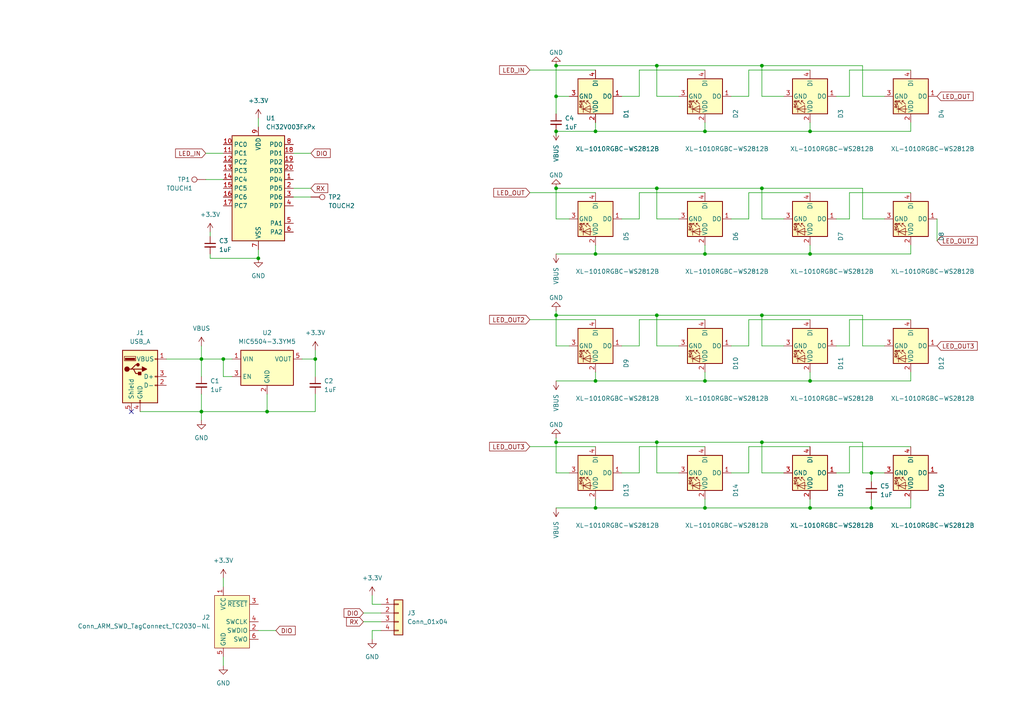
<source format=kicad_sch>
(kicad_sch (version 20231120) (generator "eeschema") (generator_version "8.0")
  (paper "A4")
  (title_block (title "PCB Business Card") (date "2024-01-16") (rev "2") (company "laplacier llc") (comment 1 "Adam Billingsley"))
  (lib_symbols
    (symbol "Connector:Conn_ARM_SWD_TagConnect_TC2030-NL" (in_bom no)
      (property "Reference" "J" (at 2.54 11.43 0))
      (property "Value" "Conn_ARM_SWD_TagConnect_TC2030-NL" (at 2.54 8.89 0))
      (symbol "Conn_ARM_SWD_TagConnect_TC2030-NL_0_0"
        (pin power_in line (at -2.54 10.16 270) (length 2.54) (name "VCC") (number "1"))
        (pin bidirectional line (at 7.62 -2.54 180) (length 2.54) (name "SWDIO") (number "2"))
        (pin open_collector line (at 7.62 5.08 180) (length 2.54) (name "~{RESET}") (number "3"))
        (pin output line (at 7.62 0 180) (length 2.54) (name "SWCLK") (number "4"))
        (pin power_in line (at -2.54 -10.16 90) (length 2.54) (name "GND") (number "5"))
        (pin input line (at 7.62 -5.08 180) (length 2.54) (name "SWO") (number "6"))
      )
      (symbol "Conn_ARM_SWD_TagConnect_TC2030-NL_0_1"
        (rectangle (start -5.08 7.62) (end 5.08 -7.62) (fill (type background)))
      )
    )
    (symbol "Connector:TestPoint" (pin_numbers hide) (pin_names (offset 0.762) hide)
      (property "Reference" "TP" (at 0 6.858 0))
      (property "Value" "TestPoint" (at 0 5.08 0))
      (symbol "TestPoint_0_1"
        (circle (center 0 3.302) (radius 0.762))
      )
      (symbol "TestPoint_1_1"
        (pin passive line (at 0 0 90) (length 2.54) (name "1") (number "1"))
      )
    )
    (symbol "Connector:USB_A" (pin_names (offset 1.016))
      (property "Reference" "J" (at -5.08 11.43 0))
      (property "Value" "USB_A" (at -5.08 8.89 0))
      (symbol "USB_A_0_1"
        (rectangle (start -5.08 -7.62) (end 5.08 7.62) (stroke (width 0.254)) (fill (type background)))
        (circle (center -3.81 2.159) (radius 0.635) (stroke (width 0.254)) (fill (type outline)))
        (rectangle (start -1.524 4.826) (end -4.318 5.334) (fill (type outline)))
        (rectangle (start -1.27 4.572) (end -4.572 5.842))
        (circle (center -0.635 3.429) (radius 0.381) (stroke (width 0.254)) (fill (type outline)))
        (rectangle (start -0.127 -7.62) (end 0.127 -6.858))
        (polyline (pts (xy -3.175 2.159) (xy -2.54 2.159) (xy -1.27 3.429) (xy -0.635 3.429)) (stroke (width 0.254)))
        (polyline (pts (xy -2.54 2.159) (xy -1.905 2.159) (xy -1.27 0.889) (xy 0 0.889)) (stroke (width 0.254)))
        (polyline (pts (xy 0.635 2.794) (xy 0.635 1.524) (xy 1.905 2.159) (xy 0.635 2.794)) (stroke (width 0.254)) (fill (type outline)))
        (rectangle (start 0.254 1.27) (end -0.508 0.508) (stroke (width 0.254)) (fill (type outline)))
        (rectangle (start 5.08 -2.667) (end 4.318 -2.413))
        (rectangle (start 5.08 -0.127) (end 4.318 0.127))
        (rectangle (start 5.08 4.953) (end 4.318 5.207))
      )
      (symbol "USB_A_1_1"
        (polyline (pts (xy -1.905 2.159) (xy 0.635 2.159)) (stroke (width 0.254)))
        (pin power_in line (at 7.62 5.08 180) (length 2.54) (name "VBUS") (number "1"))
        (pin bidirectional line (at 7.62 -2.54 180) (length 2.54) (name "D-") (number "2"))
        (pin bidirectional line (at 7.62 0 180) (length 2.54) (name "D+") (number "3"))
        (pin power_in line (at 0 -10.16 90) (length 2.54) (name "GND") (number "4"))
        (pin passive line (at -2.54 -10.16 90) (length 2.54) (name "Shield") (number "5"))
      )
    )
    (symbol "Connector_Generic:Conn_01x04" (pin_names (offset 1.016) hide)
      (property "Reference" "J" (at 0 5.08 0))
      (property "Value" "Conn_01x04" (at 0 -7.62 0))
      (symbol "Conn_01x04_1_1"
        (rectangle (start -1.27 -4.953) (end 0 -5.207) (stroke (width 0.1524)))
        (rectangle (start -1.27 -2.413) (end 0 -2.667) (stroke (width 0.1524)))
        (rectangle (start -1.27 0.127) (end 0 -0.127) (stroke (width 0.1524)))
        (rectangle (start -1.27 2.667) (end 0 2.413) (stroke (width 0.1524)))
        (rectangle (start -1.27 3.81) (end 1.27 -6.35) (stroke (width 0.254)) (fill (type background)))
        (pin passive line (at -5.08 2.54 0) (length 3.81) (name "Pin_1") (number "1"))
        (pin passive line (at -5.08 0 0) (length 3.81) (name "Pin_2") (number "2"))
        (pin passive line (at -5.08 -2.54 0) (length 3.81) (name "Pin_3") (number "3"))
        (pin passive line (at -5.08 -5.08 0) (length 3.81) (name "Pin_4") (number "4"))
      )
    )
    (symbol "Device:C_Small" (pin_numbers hide) (pin_names (offset 0.254) hide)
      (property "Reference" "C" (at 0.254 1.778 0))
      (property "Value" "C_Small" (at 0.254 -2.032 0))
      (symbol "C_Small_0_1"
        (polyline (pts (xy -1.524 -0.508) (xy 1.524 -0.508)) (stroke (width 0.3302)))
        (polyline (pts (xy -1.524 0.508) (xy 1.524 0.508)) (stroke (width 0.3048)))
      )
      (symbol "C_Small_1_1"
        (pin passive line (at 0 2.54 270) (length 2.032) (name "~") (number "1"))
        (pin passive line (at 0 -2.54 90) (length 2.032) (name "~") (number "2"))
      )
    )
    (symbol "LED:WS2812B" (pin_names (offset 0.254))
      (property "Reference" "D1" (at 5.08 8.89 0))
      (property "Value" "XL-1010RGBC-WS2812B" (at 15.24 6.35 0))
      (symbol "WS2812B_0_0"
        (text "RGB" (at 2.286 -4.191 0) (effects (font (size 0.762 0.762))))
      )
      (symbol "WS2812B_0_1"
        (polyline (pts (xy 1.27 -3.556) (xy 1.778 -3.556)))
        (polyline (pts (xy 1.27 -2.54) (xy 1.778 -2.54)))
        (polyline (pts (xy 4.699 -3.556) (xy 2.667 -3.556)))
        (polyline (pts (xy 2.286 -2.54) (xy 1.27 -3.556) (xy 1.27 -3.048)))
        (polyline (pts (xy 2.286 -1.524) (xy 1.27 -2.54) (xy 1.27 -2.032)))
        (polyline (pts (xy 3.683 -1.016) (xy 3.683 -3.556) (xy 3.683 -4.064)))
        (polyline (pts (xy 4.699 -1.524) (xy 2.667 -1.524) (xy 3.683 -3.556) (xy 4.699 -1.524)))
        (rectangle (start 5.08 5.08) (end -5.08 -5.08) (stroke (width 0.254)) (fill (type background)))
      )
      (symbol "WS2812B_1_1"
        (pin output line (at 0 7.62 270) (length 2.54) (name "DO") (number "1"))
        (pin power_in line (at 7.62 0 180) (length 2.54) (name "VDD") (number "2"))
        (pin power_in line (at 0 -7.62 90) (length 2.54) (name "GND") (number "3"))
        (pin input line (at -7.62 0 0) (length 2.54) (name "DI") (number "4"))
      )
    )
    (symbol "MCU_WCH_CH32V0:CH32V003FxPx"
      (property "Reference" "U" (at -7.62 17.78 0))
      (property "Value" "CH32V003FxPx" (at 7.62 17.78 0))
      (symbol "CH32V003FxPx_1_1"
        (rectangle (start -7.62 15.24) (end 7.62 -15.24) (stroke (width 0.254)) (fill (type background)))
        (pin bidirectional line (at 10.16 2.54 180) (length 2.54) (name "PD4") (number "1"))
        (pin bidirectional line (at -10.16 12.7 0) (length 2.54) (name "PC0") (number "10"))
        (pin bidirectional line (at -10.16 10.16 0) (length 2.54) (name "PC1") (number "11"))
        (pin bidirectional line (at -10.16 7.62 0) (length 2.54) (name "PC2") (number "12"))
        (pin bidirectional line (at -10.16 5.08 0) (length 2.54) (name "PC3") (number "13"))
        (pin bidirectional line (at -10.16 2.54 0) (length 2.54) (name "PC4") (number "14"))
        (pin bidirectional line (at -10.16 0 0) (length 2.54) (name "PC5") (number "15"))
        (pin bidirectional line (at -10.16 -2.54 0) (length 2.54) (name "PC6") (number "16"))
        (pin bidirectional line (at -10.16 -5.08 0) (length 2.54) (name "PC7") (number "17"))
        (pin bidirectional line (at 10.16 10.16 180) (length 2.54) (name "PD1") (number "18"))
        (pin bidirectional line (at 10.16 7.62 180) (length 2.54) (name "PD2") (number "19"))
        (pin bidirectional line (at 10.16 0 180) (length 2.54) (name "PD5") (number "2"))
        (pin bidirectional line (at 10.16 5.08 180) (length 2.54) (name "PD3") (number "20"))
        (pin bidirectional line (at 10.16 -2.54 180) (length 2.54) (name "PD6") (number "3"))
        (pin bidirectional line (at 10.16 -5.08 180) (length 2.54) (name "PD7") (number "4"))
        (pin bidirectional line (at 10.16 -10.16 180) (length 2.54) (name "PA1") (number "5"))
        (pin bidirectional line (at 10.16 -12.7 180) (length 2.54) (name "PA2") (number "6"))
        (pin power_in line (at 0 -17.78 90) (length 2.54) (name "VSS") (number "7"))
        (pin bidirectional line (at 10.16 12.7 180) (length 2.54) (name "PD0") (number "8"))
        (pin power_in line (at 0 17.78 270) (length 2.54) (name "VDD") (number "9"))
      )
    )
    (symbol "Regulator_Linear:MIC5504-3.3YM5"
      (property "Reference" "U" (at -7.62 8.89 0))
      (property "Value" "MIC5504-3.3YM5" (at -7.62 6.35 0))
      (symbol "MIC5504-3.3YM5_0_1"
        (rectangle (start -7.62 -5.08) (end 7.62 5.08) (stroke (width 0.254)) (fill (type background)))
      )
      (symbol "MIC5504-3.3YM5_1_1"
        (pin power_in line (at -10.16 2.54 0) (length 2.54) (name "VIN") (number "1"))
        (pin power_in line (at 0 -7.62 90) (length 2.54) (name "GND") (number "2"))
        (pin input line (at -10.16 -2.54 0) (length 2.54) (name "EN") (number "3"))
        (pin no_connect line (at 7.62 -2.54 180) (length 2.54) hide (name "NC") (number "4"))
        (pin power_out line (at 10.16 2.54 180) (length 2.54) (name "VOUT") (number "5"))
      )
    )
    (symbol "power:+3.3V" (power) (pin_names (offset 0))
      (property "Value" "+3.3V" (at 0 3.556 0))
      (symbol "+3.3V_0_1"
        (polyline (pts (xy -0.762 1.27) (xy 0 2.54)))
        (polyline (pts (xy 0 0) (xy 0 2.54)))
        (polyline (pts (xy 0 2.54) (xy 0.762 1.27)))
      )
      (symbol "+3.3V_1_1"
        (pin power_in line (at 0 0 90) (length 0) hide (name "+3.3V") (number "1"))
      )
    )
    (symbol "power:GND" (power) (pin_names (offset 0))
      (property "Value" "GND" (at 0 -3.81 0))
      (symbol "GND_0_1"
        (polyline (pts (xy 0 0) (xy 0 -1.27) (xy 1.27 -1.27) (xy 0 -2.54) (xy -1.27 -1.27) (xy 0 -1.27)))
      )
      (symbol "GND_1_1"
        (pin power_in line (at 0 0 270) (length 0) hide (name "GND") (number "1"))
      )
    )
    (symbol "power:VBUS" (power) (pin_names (offset 0))
      (property "Value" "VBUS" (at 0 3.81 0))
      (symbol "VBUS_0_1"
        (polyline (pts (xy -0.762 1.27) (xy 0 2.54)))
        (polyline (pts (xy 0 0) (xy 0 2.54)))
        (polyline (pts (xy 0 2.54) (xy 0.762 1.27)))
      )
      (symbol "VBUS_1_1"
        (pin power_in line (at 0 0 90) (length 0) hide (name "VBUS") (number "1"))
      )
    )
  )
  (junction (at 252.73 137.16))
  (junction (at 161.29 91.44))
  (junction (at 161.29 128.27))
  (junction (at 161.29 38.1))
  (junction (at 220.98 128.27))
  (junction (at 252.73 147.32))
  (junction (at 234.95 110.49))
  (junction (at 190.5 91.44))
  (junction (at 190.5 54.61))
  (junction (at 234.95 38.1))
  (junction (at 190.5 19.05))
  (junction (at 234.95 147.32))
  (junction (at 204.47 38.1))
  (junction (at 172.72 110.49))
  (junction (at 161.29 19.05))
  (junction (at 64.77 104.14))
  (junction (at 74.93 74.93))
  (junction (at 204.47 147.32))
  (junction (at 172.72 38.1))
  (junction (at 204.47 73.66))
  (junction (at 58.42 104.14))
  (junction (at 234.95 73.66))
  (junction (at 161.29 27.94))
  (junction (at 161.29 54.61))
  (junction (at 190.5 128.27))
  (junction (at 58.42 119.38))
  (junction (at 220.98 91.44))
  (junction (at 220.98 54.61))
  (junction (at 220.98 19.05))
  (junction (at 172.72 73.66))
  (junction (at 91.44 104.14))
  (junction (at 204.47 110.49))
  (junction (at 172.72 147.32))
  (junction (at 77.47 119.38))
  (no_connect (at 38.1 119.38))
  (wire (pts (xy 180.34 100.33) (xy 185.42 100.33)))
  (wire (pts (xy 246.38 137.16) (xy 246.38 129.54)))
  (wire (pts (xy 246.38 100.33) (xy 246.38 92.71)))
  (wire (pts (xy 212.09 137.16) (xy 217.17 137.16)))
  (wire (pts (xy 91.44 104.14) (xy 91.44 109.22)))
  (wire (pts (xy 180.34 63.5) (xy 185.42 63.5)))
  (wire (pts (xy 252.73 137.16) (xy 252.73 139.7)))
  (wire (pts (xy 161.29 27.94) (xy 161.29 33.02)))
  (wire (pts (xy 220.98 128.27) (xy 220.98 137.16)))
  (wire (pts (xy 161.29 38.1) (xy 161.29 39.37)))
  (wire (pts (xy 60.96 74.93) (xy 74.93 74.93)))
  (wire (pts (xy 220.98 91.44) (xy 220.98 100.33)))
  (wire (pts (xy 172.72 110.49) (xy 161.29 110.49)))
  (wire (pts (xy 153.67 20.32) (xy 172.72 20.32)))
  (wire (pts (xy 190.5 128.27) (xy 190.5 137.16)))
  (wire (pts (xy 212.09 100.33) (xy 217.17 100.33)))
  (wire (pts (xy 246.38 20.32) (xy 264.16 20.32)))
  (wire (pts (xy 64.77 167.64) (xy 64.77 170.18)))
  (wire (pts (xy 242.57 27.94) (xy 246.38 27.94)))
  (wire (pts (xy 217.17 27.94) (xy 217.17 20.32)))
  (wire (pts (xy 67.31 109.22) (xy 64.77 109.22)))
  (wire (pts (xy 105.41 180.34) (xy 110.49 180.34)))
  (wire (pts (xy 234.95 71.12) (xy 234.95 73.66)))
  (wire (pts (xy 250.19 128.27) (xy 220.98 128.27)))
  (wire (pts (xy 220.98 54.61) (xy 220.98 63.5)))
  (wire (pts (xy 250.19 137.16) (xy 252.73 137.16)))
  (wire (pts (xy 107.95 182.88) (xy 107.95 185.42)))
  (wire (pts (xy 58.42 104.14) (xy 64.77 104.14)))
  (wire (pts (xy 110.49 182.88) (xy 107.95 182.88)))
  (wire (pts (xy 250.19 137.16) (xy 250.19 128.27)))
  (wire (pts (xy 264.16 73.66) (xy 234.95 73.66)))
  (wire (pts (xy 87.63 104.14) (xy 91.44 104.14)))
  (wire (pts (xy 204.47 147.32) (xy 172.72 147.32)))
  (wire (pts (xy 250.19 91.44) (xy 220.98 91.44)))
  (wire (pts (xy 185.42 100.33) (xy 185.42 92.71)))
  (wire (pts (xy 185.42 92.71) (xy 204.47 92.71)))
  (wire (pts (xy 204.47 144.78) (xy 204.47 147.32)))
  (wire (pts (xy 74.93 182.88) (xy 80.01 182.88)))
  (wire (pts (xy 217.17 129.54) (xy 234.95 129.54)))
  (wire (pts (xy 234.95 35.56) (xy 234.95 38.1)))
  (wire (pts (xy 59.69 52.07) (xy 64.77 52.07)))
  (wire (pts (xy 40.64 119.38) (xy 58.42 119.38)))
  (wire (pts (xy 165.1 100.33) (xy 161.29 100.33)))
  (wire (pts (xy 190.5 27.94) (xy 190.5 19.05)))
  (wire (pts (xy 172.72 147.32) (xy 161.29 147.32)))
  (wire (pts (xy 190.5 100.33) (xy 196.85 100.33)))
  (wire (pts (xy 242.57 137.16) (xy 246.38 137.16)))
  (wire (pts (xy 190.5 63.5) (xy 196.85 63.5)))
  (wire (pts (xy 180.34 27.94) (xy 185.42 27.94)))
  (wire (pts (xy 246.38 63.5) (xy 246.38 55.88)))
  (wire (pts (xy 91.44 114.3) (xy 91.44 119.38)))
  (wire (pts (xy 172.72 129.54) (xy 153.67 129.54)))
  (wire (pts (xy 58.42 104.14) (xy 58.42 109.22)))
  (wire (pts (xy 190.5 137.16) (xy 196.85 137.16)))
  (wire (pts (xy 220.98 137.16) (xy 227.33 137.16)))
  (wire (pts (xy 74.93 72.39) (xy 74.93 74.93)))
  (wire (pts (xy 172.72 71.12) (xy 172.72 73.66)))
  (wire (pts (xy 220.98 19.05) (xy 220.98 27.94)))
  (wire (pts (xy 234.95 107.95) (xy 234.95 110.49)))
  (wire (pts (xy 185.42 137.16) (xy 185.42 129.54)))
  (wire (pts (xy 165.1 137.16) (xy 161.29 137.16)))
  (wire (pts (xy 250.19 54.61) (xy 220.98 54.61)))
  (wire (pts (xy 64.77 104.14) (xy 67.31 104.14)))
  (wire (pts (xy 190.5 19.05) (xy 161.29 19.05)))
  (wire (pts (xy 165.1 27.94) (xy 161.29 27.94)))
  (wire (pts (xy 204.47 38.1) (xy 234.95 38.1)))
  (wire (pts (xy 185.42 129.54) (xy 204.47 129.54)))
  (wire (pts (xy 250.19 100.33) (xy 256.54 100.33)))
  (wire (pts (xy 220.98 63.5) (xy 227.33 63.5)))
  (wire (pts (xy 105.41 177.8) (xy 110.49 177.8)))
  (wire (pts (xy 204.47 73.66) (xy 234.95 73.66)))
  (wire (pts (xy 185.42 27.94) (xy 185.42 20.32)))
  (wire (pts (xy 172.72 73.66) (xy 161.29 73.66)))
  (wire (pts (xy 212.09 27.94) (xy 217.17 27.94)))
  (wire (pts (xy 250.19 27.94) (xy 256.54 27.94)))
  (wire (pts (xy 185.42 20.32) (xy 204.47 20.32)))
  (wire (pts (xy 161.29 91.44) (xy 161.29 100.33)))
  (wire (pts (xy 217.17 137.16) (xy 217.17 129.54)))
  (wire (pts (xy 246.38 92.71) (xy 264.16 92.71)))
  (wire (pts (xy 64.77 190.5) (xy 64.77 193.04)))
  (wire (pts (xy 180.34 137.16) (xy 185.42 137.16)))
  (wire (pts (xy 204.47 110.49) (xy 234.95 110.49)))
  (wire (pts (xy 185.42 63.5) (xy 185.42 55.88)))
  (wire (pts (xy 161.29 128.27) (xy 161.29 137.16)))
  (wire (pts (xy 161.29 128.27) (xy 161.29 127)))
  (wire (pts (xy 172.72 55.88) (xy 153.67 55.88)))
  (wire (pts (xy 60.96 67.31) (xy 60.96 68.58)))
  (wire (pts (xy 58.42 119.38) (xy 77.47 119.38)))
  (wire (pts (xy 250.19 63.5) (xy 256.54 63.5)))
  (wire (pts (xy 246.38 55.88) (xy 264.16 55.88)))
  (wire (pts (xy 250.19 19.05) (xy 220.98 19.05)))
  (wire (pts (xy 246.38 27.94) (xy 246.38 20.32)))
  (wire (pts (xy 172.72 92.71) (xy 153.67 92.71)))
  (wire (pts (xy 190.5 63.5) (xy 190.5 54.61)))
  (wire (pts (xy 204.47 38.1) (xy 172.72 38.1)))
  (wire (pts (xy 204.47 35.56) (xy 204.47 38.1)))
  (wire (pts (xy 172.72 35.56) (xy 172.72 38.1)))
  (wire (pts (xy 246.38 129.54) (xy 264.16 129.54)))
  (wire (pts (xy 161.29 54.61) (xy 161.29 63.5)))
  (wire (pts (xy 190.5 128.27) (xy 220.98 128.27)))
  (wire (pts (xy 204.47 110.49) (xy 172.72 110.49)))
  (wire (pts (xy 85.09 44.45) (xy 90.17 44.45)))
  (wire (pts (xy 252.73 147.32) (xy 234.95 147.32)))
  (wire (pts (xy 271.78 63.5) (xy 271.78 69.85)))
  (wire (pts (xy 264.16 144.78) (xy 264.16 147.32)))
  (wire (pts (xy 217.17 100.33) (xy 217.17 92.71)))
  (wire (pts (xy 204.47 71.12) (xy 204.47 73.66)))
  (wire (pts (xy 110.49 175.26) (xy 107.95 175.26)))
  (wire (pts (xy 204.47 107.95) (xy 204.47 110.49)))
  (wire (pts (xy 212.09 63.5) (xy 217.17 63.5)))
  (wire (pts (xy 58.42 100.33) (xy 58.42 104.14)))
  (wire (pts (xy 172.72 144.78) (xy 172.72 147.32)))
  (wire (pts (xy 242.57 100.33) (xy 246.38 100.33)))
  (wire (pts (xy 204.47 73.66) (xy 172.72 73.66)))
  (wire (pts (xy 91.44 119.38) (xy 77.47 119.38)))
  (wire (pts (xy 264.16 110.49) (xy 234.95 110.49)))
  (wire (pts (xy 85.09 54.61) (xy 90.17 54.61)))
  (wire (pts (xy 165.1 63.5) (xy 161.29 63.5)))
  (wire (pts (xy 252.73 137.16) (xy 256.54 137.16)))
  (wire (pts (xy 217.17 63.5) (xy 217.17 55.88)))
  (wire (pts (xy 85.09 57.15) (xy 90.17 57.15)))
  (wire (pts (xy 64.77 109.22) (xy 64.77 104.14)))
  (wire (pts (xy 172.72 107.95) (xy 172.72 110.49)))
  (wire (pts (xy 161.29 19.05) (xy 161.29 27.94)))
  (wire (pts (xy 107.95 175.26) (xy 107.95 172.72)))
  (wire (pts (xy 190.5 91.44) (xy 190.5 100.33)))
  (wire (pts (xy 250.19 63.5) (xy 250.19 54.61)))
  (wire (pts (xy 190.5 54.61) (xy 220.98 54.61)))
  (wire (pts (xy 264.16 147.32) (xy 252.73 147.32)))
  (wire (pts (xy 217.17 20.32) (xy 234.95 20.32)))
  (wire (pts (xy 190.5 91.44) (xy 161.29 91.44)))
  (wire (pts (xy 190.5 19.05) (xy 220.98 19.05)))
  (wire (pts (xy 220.98 100.33) (xy 227.33 100.33)))
  (wire (pts (xy 252.73 144.78) (xy 252.73 147.32)))
  (wire (pts (xy 58.42 119.38) (xy 58.42 121.92)))
  (wire (pts (xy 250.19 100.33) (xy 250.19 91.44)))
  (wire (pts (xy 60.96 73.66) (xy 60.96 74.93)))
  (wire (pts (xy 91.44 101.6) (xy 91.44 104.14)))
  (wire (pts (xy 234.95 144.78) (xy 234.95 147.32)))
  (wire (pts (xy 220.98 27.94) (xy 227.33 27.94)))
  (wire (pts (xy 77.47 114.3) (xy 77.47 119.38)))
  (wire (pts (xy 172.72 38.1) (xy 161.29 38.1)))
  (wire (pts (xy 217.17 55.88) (xy 234.95 55.88)))
  (wire (pts (xy 217.17 92.71) (xy 234.95 92.71)))
  (wire (pts (xy 59.69 44.45) (xy 64.77 44.45)))
  (wire (pts (xy 185.42 55.88) (xy 204.47 55.88)))
  (wire (pts (xy 264.16 35.56) (xy 264.16 38.1)))
  (wire (pts (xy 264.16 38.1) (xy 234.95 38.1)))
  (wire (pts (xy 264.16 71.12) (xy 264.16 73.66)))
  (wire (pts (xy 264.16 107.95) (xy 264.16 110.49)))
  (wire (pts (xy 190.5 128.27) (xy 161.29 128.27)))
  (wire (pts (xy 190.5 54.61) (xy 161.29 54.61)))
  (wire (pts (xy 242.57 63.5) (xy 246.38 63.5)))
  (wire (pts (xy 190.5 27.94) (xy 196.85 27.94)))
  (wire (pts (xy 58.42 119.38) (xy 58.42 114.3)))
  (wire (pts (xy 48.26 104.14) (xy 58.42 104.14)))
  (wire (pts (xy 204.47 147.32) (xy 234.95 147.32)))
  (wire (pts (xy 161.29 91.44) (xy 161.29 90.17)))
  (wire (pts (xy 250.19 27.94) (xy 250.19 19.05)))
  (wire (pts (xy 190.5 91.44) (xy 220.98 91.44)))
  (wire (pts (xy 74.93 34.29) (xy 74.93 36.83)))
  (global_label "LED_OUT" (shape input) (at 271.78 27.94 0) (property "Intersheetrefs" "${INTERSHEET_REFS}" (effects (hide yes))))
  (global_label "RX" (shape input) (at 90.17 54.61 0) (property "Intersheetrefs" "${INTERSHEET_REFS}" (effects (hide yes))))
  (global_label "LED_IN" (shape input) (at 153.67 20.32 180) (property "Intersheetrefs" "${INTERSHEET_REFS}" (effects (hide yes))))
  (global_label "LED_OUT" (shape input) (at 153.67 55.88 180) (property "Intersheetrefs" "${INTERSHEET_REFS}" (effects (hide yes))))
  (global_label "DIO" (shape input) (at 105.41 177.8 180) (property "Intersheetrefs" "${INTERSHEET_REFS}" (effects (hide yes))))
  (global_label "LED_OUT2" (shape input) (at 153.67 92.71 180) (property "Intersheetrefs" "${INTERSHEET_REFS}" (effects (hide yes))))
  (global_label "LED_OUT3" (shape input) (at 271.78 100.33 0) (property "Intersheetrefs" "${INTERSHEET_REFS}" (effects (hide yes))))
  (global_label "RX" (shape input) (at 105.41 180.34 180) (property "Intersheetrefs" "${INTERSHEET_REFS}" (effects (hide yes))))
  (global_label "LED_OUT3" (shape input) (at 153.67 129.54 180) (property "Intersheetrefs" "${INTERSHEET_REFS}" (effects (hide yes))))
  (global_label "LED_IN" (shape input) (at 59.69 44.45 180) (property "Intersheetrefs" "${INTERSHEET_REFS}" (effects (hide yes))))
  (global_label "DIO" (shape input) (at 80.01 182.88 0) (property "Intersheetrefs" "${INTERSHEET_REFS}" (effects (hide yes))))
  (global_label "LED_OUT2" (shape input) (at 271.78 69.85 0) (property "Intersheetrefs" "${INTERSHEET_REFS}" (effects (hide yes))))
  (global_label "DIO" (shape input) (at 90.17 44.45 0) (property "Intersheetrefs" "${INTERSHEET_REFS}" (effects (hide yes))))
  (symbol (lib_id "LED:WS2812B") (at 234.95 100.33 270) (unit 1)
    (property "Reference" "D11" (at 243.84 105.41 0))
    (property "Value" "XL-1010RGBC-WS2812B" (at 241.3 115.57 90))
    (property "Footprint" "Laplacier_Footprints:XL-1010RGBC-WS2812B" (effects (hide yes)))
    (property "Datasheet" "https://jlcpcb.com/partdetail/Xinglight-XL_1010RGBCWS2812B/C5349953" (effects (hide yes)))
  )
  (symbol (lib_id "power:VBUS") (at 58.42 100.33 0) (unit 1)
    (property "Reference" "#PWR02" (effects (hide yes)))
    (property "Value" "VBUS" (at 58.42 95.25 0))
  )
  (symbol (lib_id "Device:C_Small") (at 91.44 111.76 0) (unit 1)
    (property "Reference" "C2" (at 93.98 110.4963 0) (effects (justify left)))
    (property "Value" "1uF" (at 93.98 113.0363 0) (effects (justify left)))
    (property "Footprint" "Capacitor_SMD:C_0603_1608Metric_Pad1.08x0.95mm_HandSolder" (effects (hide yes)))
  )
  (symbol (lib_id "power:+3.3V") (at 107.95 172.72 0) (unit 1)
    (property "Reference" "#PWR011" (effects (hide yes)))
    (property "Value" "+3.3V" (at 107.95 167.64 0))
  )
  (symbol (lib_id "LED:WS2812B") (at 264.16 100.33 270) (unit 1)
    (property "Reference" "D12" (at 273.05 105.41 0))
    (property "Value" "XL-1010RGBC-WS2812B" (at 270.51 115.57 90))
    (property "Footprint" "Laplacier_Footprints:XL-1010RGBC-WS2812B" (effects (hide yes)))
    (property "Datasheet" "https://jlcpcb.com/partdetail/Xinglight-XL_1010RGBCWS2812B/C5349953" (effects (hide yes)))
  )
  (symbol (lib_id "power:+3.3V") (at 74.93 34.29 0) (unit 1)
    (property "Reference" "#PWR05" (effects (hide yes)))
    (property "Value" "+3.3V" (at 74.93 29.21 0))
  )
  (symbol (lib_id "Device:C_Small") (at 60.96 71.12 0) (unit 1)
    (property "Reference" "C3" (at 63.5 69.8563 0) (effects (justify left)))
    (property "Value" "1uF" (at 63.5 72.3963 0) (effects (justify left)))
    (property "Footprint" "Capacitor_SMD:C_0603_1608Metric_Pad1.08x0.95mm_HandSolder" (effects (hide yes)))
  )
  (symbol (lib_id "power:+3.3V") (at 64.77 167.64 0) (unit 1)
    (property "Reference" "#PWR09" (effects (hide yes)))
    (property "Value" "+3.3V" (at 64.77 162.56 0))
  )
  (symbol (lib_id "power:GND") (at 161.29 90.17 180) (unit 1)
    (property "Reference" "#PWR014" (effects (hide yes)))
    (property "Value" "GND" (at 161.29 86.36 0))
  )
  (symbol (lib_id "power:VBUS") (at 161.29 73.66 180) (unit 1)
    (property "Reference" "#PWR013" (effects (hide yes)))
    (property "Value" "VBUS" (at 161.29 77.47 90) (effects (justify left)))
  )
  (symbol (lib_id "Device:C_Small") (at 161.29 35.56 0) (unit 1)
    (property "Reference" "C4" (at 163.83 34.2963 0) (effects (justify left)))
    (property "Value" "1uF" (at 163.83 36.8363 0) (effects (justify left)))
    (property "Footprint" "Capacitor_SMD:C_0603_1608Metric_Pad1.08x0.95mm_HandSolder" (effects (hide yes)))
  )
  (symbol (lib_id "power:+3.3V") (at 60.96 67.31 0) (unit 1)
    (property "Reference" "#PWR018" (effects (hide yes)))
    (property "Value" "+3.3V" (at 60.96 62.23 0))
  )
  (symbol (lib_id "LED:WS2812B") (at 234.95 27.94 270) (unit 1)
    (property "Reference" "D3" (at 243.84 33.02 0))
    (property "Value" "XL-1010RGBC-WS2812B" (at 241.3 43.18 90))
    (property "Footprint" "Laplacier_Footprints:XL-1010RGBC-WS2812B" (effects (hide yes)))
    (property "Datasheet" "https://jlcpcb.com/partdetail/Xinglight-XL_1010RGBCWS2812B/C5349953" (effects (hide yes)))
  )
  (symbol (lib_id "power:VBUS") (at 161.29 38.1 180) (unit 1)
    (property "Reference" "#PWR06" (effects (hide yes)))
    (property "Value" "VBUS" (at 161.29 41.91 90) (effects (justify left)))
  )
  (symbol (lib_id "Connector:TestPoint") (at 90.17 57.15 270) (unit 1)
    (property "Reference" "TP2" (at 95.25 57.15 90) (effects (justify left)))
    (property "Value" "TOUCH2" (at 95.25 59.69 90) (effects (justify left)))
    (property "Footprint" "Laplacier_Footprints:PAD_8x8" (effects (hide yes)))
  )
  (symbol (lib_id "power:VBUS") (at 161.29 110.49 180) (unit 1)
    (property "Reference" "#PWR015" (effects (hide yes)))
    (property "Value" "VBUS" (at 161.29 114.3 90) (effects (justify left)))
  )
  (symbol (lib_id "power:VBUS") (at 161.29 147.32 180) (unit 1)
    (property "Reference" "#PWR017" (effects (hide yes)))
    (property "Value" "VBUS" (at 161.29 151.13 90) (effects (justify left)))
  )
  (symbol (lib_id "Connector:TestPoint") (at 59.69 52.07 90) (unit 1)
    (property "Reference" "TP1" (at 53.34 52.07 90))
    (property "Value" "TOUCH1" (at 52.07 54.61 90))
    (property "Footprint" "Laplacier_Footprints:PAD_8x8" (effects (hide yes)))
  )
  (symbol (lib_id "LED:WS2812B") (at 264.16 137.16 270) (unit 1)
    (property "Reference" "D16" (at 273.05 142.24 0))
    (property "Value" "XL-1010RGBC-WS2812B" (at 270.51 152.4 90))
    (property "Footprint" "Laplacier_Footprints:XL-1010RGBC-WS2812B" (effects (hide yes)))
    (property "Datasheet" "https://jlcpcb.com/partdetail/Xinglight-XL_1010RGBCWS2812B/C5349953" (effects (hide yes)))
  )
  (symbol (lib_id "LED:WS2812B") (at 172.72 27.94 270) (unit 1)
    (property "Reference" "D1" (at 181.61 33.02 0))
    (property "Value" "XL-1010RGBC-WS2812B" (at 179.07 43.18 90))
    (property "Footprint" "Laplacier_Footprints:XL-1010RGBC-WS2812B" (effects (hide yes)))
    (property "Datasheet" "https://jlcpcb.com/partdetail/Xinglight-XL_1010RGBCWS2812B/C5349953" (effects (hide yes)))
  )
  (symbol (lib_id "power:GND") (at 161.29 127 180) (unit 1)
    (property "Reference" "#PWR016" (effects (hide yes)))
    (property "Value" "GND" (at 161.29 123.19 0))
  )
  (symbol (lib_id "LED:WS2812B") (at 172.72 63.5 270) (unit 1)
    (property "Reference" "D5" (at 181.61 68.58 0))
    (property "Value" "XL-1010RGBC-WS2812B" (at 179.07 78.74 90))
    (property "Footprint" "Laplacier_Footprints:XL-1010RGBC-WS2812B" (effects (hide yes)))
    (property "Datasheet" "https://jlcpcb.com/partdetail/Xinglight-XL_1010RGBCWS2812B/C5349953" (effects (hide yes)))
  )
  (symbol (lib_id "Connector:USB_A") (at 40.64 109.22 0) (unit 1)
    (property "Reference" "J1" (at 40.64 96.52 0))
    (property "Value" "USB_A" (at 40.64 99.06 0))
    (property "Footprint" "Laplacier_Footprints:USBA_RAW" (effects (hide yes)))
    (property "Datasheet" " ~" (effects (hide yes)))
  )
  (symbol (lib_id "LED:WS2812B") (at 204.47 63.5 270) (unit 1)
    (property "Reference" "D6" (at 213.36 68.58 0))
    (property "Value" "XL-1010RGBC-WS2812B" (at 210.82 78.74 90))
    (property "Footprint" "Laplacier_Footprints:XL-1010RGBC-WS2812B" (effects (hide yes)))
    (property "Datasheet" "https://jlcpcb.com/partdetail/Xinglight-XL_1010RGBCWS2812B/C5349953" (effects (hide yes)))
  )
  (symbol (lib_id "LED:WS2812B") (at 204.47 27.94 270) (unit 1)
    (property "Reference" "D2" (at 213.36 33.02 0))
    (property "Value" "XL-1010RGBC-WS2812B" (at 210.82 43.18 90))
    (property "Footprint" "Laplacier_Footprints:XL-1010RGBC-WS2812B" (effects (hide yes)))
    (property "Datasheet" "https://jlcpcb.com/partdetail/Xinglight-XL_1010RGBCWS2812B/C5349953" (effects (hide yes)))
  )
  (symbol (lib_id "LED:WS2812B") (at 204.47 100.33 270) (unit 1)
    (property "Reference" "D10" (at 213.36 105.41 0))
    (property "Value" "XL-1010RGBC-WS2812B" (at 210.82 115.57 90))
    (property "Footprint" "Laplacier_Footprints:XL-1010RGBC-WS2812B" (effects (hide yes)))
    (property "Datasheet" "https://jlcpcb.com/partdetail/Xinglight-XL_1010RGBCWS2812B/C5349953" (effects (hide yes)))
  )
  (symbol (lib_id "LED:WS2812B") (at 264.16 27.94 270) (unit 1)
    (property "Reference" "D4" (at 273.05 33.02 0))
    (property "Value" "XL-1010RGBC-WS2812B" (at 270.51 43.18 90))
    (property "Footprint" "Laplacier_Footprints:XL-1010RGBC-WS2812B" (effects (hide yes)))
    (property "Datasheet" "https://jlcpcb.com/partdetail/Xinglight-XL_1010RGBCWS2812B/C5349953" (effects (hide yes)))
  )
  (symbol (lib_id "power:GND") (at 161.29 54.61 180) (unit 1)
    (property "Reference" "#PWR01" (effects (hide yes)))
    (property "Value" "GND" (at 161.29 50.8 0))
  )
  (symbol (lib_id "power:GND") (at 58.42 121.92 0) (unit 1)
    (property "Reference" "#PWR07" (effects (hide yes)))
    (property "Value" "GND" (at 58.42 127 0))
  )
  (symbol (lib_id "LED:WS2812B") (at 234.95 63.5 270) (unit 1)
    (property "Reference" "D7" (at 243.84 68.58 0))
    (property "Value" "XL-1010RGBC-WS2812B" (at 241.3 78.74 90))
    (property "Footprint" "Laplacier_Footprints:XL-1010RGBC-WS2812B" (effects (hide yes)))
    (property "Datasheet" "https://jlcpcb.com/partdetail/Xinglight-XL_1010RGBCWS2812B/C5349953" (effects (hide yes)))
  )
  (symbol (lib_id "MCU_WCH_CH32V0:CH32V003FxPx") (at 74.93 54.61 0) (unit 1)
    (property "Reference" "U1" (at 77.1241 34.29 0) (effects (justify left)))
    (property "Value" "CH32V003FxPx" (at 77.1241 36.83 0) (effects (justify left)))
    (property "Footprint" "Package_SO:TSSOP-20_4.4x6.5mm_P0.65mm" (effects (hide yes)))
    (property "Datasheet" "https://www.wch-ic.com/products/CH32V003.html" (effects (hide yes)))
  )
  (symbol (lib_id "power:GND") (at 64.77 193.04 0) (unit 1)
    (property "Reference" "#PWR08" (effects (hide yes)))
    (property "Value" "GND" (at 64.77 198.12 0))
  )
  (symbol (lib_id "Device:C_Small") (at 58.42 111.76 0) (unit 1)
    (property "Reference" "C1" (at 60.96 110.4963 0) (effects (justify left)))
    (property "Value" "1uF" (at 60.96 113.0363 0) (effects (justify left)))
    (property "Footprint" "Capacitor_SMD:C_0603_1608Metric_Pad1.08x0.95mm_HandSolder" (effects (hide yes)))
  )
  (symbol (lib_id "LED:WS2812B") (at 172.72 137.16 270) (unit 1)
    (property "Reference" "D13" (at 181.61 142.24 0))
    (property "Value" "XL-1010RGBC-WS2812B" (at 179.07 152.4 90))
    (property "Footprint" "Laplacier_Footprints:XL-1010RGBC-WS2812B" (effects (hide yes)))
    (property "Datasheet" "https://jlcpcb.com/partdetail/Xinglight-XL_1010RGBCWS2812B/C5349953" (effects (hide yes)))
  )
  (symbol (lib_id "power:GND") (at 74.93 74.93 0) (unit 1)
    (property "Reference" "#PWR03" (effects (hide yes)))
    (property "Value" "GND" (at 74.93 80.01 0))
  )
  (symbol (lib_id "Device:C_Small") (at 252.73 142.24 0) (unit 1)
    (property "Reference" "C5" (at 255.27 140.9763 0) (effects (justify left)))
    (property "Value" "1uF" (at 255.27 143.5163 0) (effects (justify left)))
    (property "Footprint" "Capacitor_SMD:C_0603_1608Metric_Pad1.08x0.95mm_HandSolder" (effects (hide yes)))
  )
  (symbol (lib_id "LED:WS2812B") (at 172.72 100.33 270) (unit 1)
    (property "Reference" "D9" (at 181.61 105.41 0))
    (property "Value" "XL-1010RGBC-WS2812B" (at 179.07 115.57 90))
    (property "Footprint" "Laplacier_Footprints:XL-1010RGBC-WS2812B" (effects (hide yes)))
    (property "Datasheet" "https://jlcpcb.com/partdetail/Xinglight-XL_1010RGBCWS2812B/C5349953" (effects (hide yes)))
  )
  (symbol (lib_id "LED:WS2812B") (at 234.95 137.16 270) (unit 1)
    (property "Reference" "D15" (at 243.84 142.24 0))
    (property "Value" "XL-1010RGBC-WS2812B" (at 241.3 152.4 90))
    (property "Footprint" "Laplacier_Footprints:XL-1010RGBC-WS2812B" (effects (hide yes)))
    (property "Datasheet" "https://jlcpcb.com/partdetail/Xinglight-XL_1010RGBCWS2812B/C5349953" (effects (hide yes)))
  )
  (symbol (lib_id "Regulator_Linear:MIC5504-3.3YM5") (at 77.47 106.68 0) (unit 1)
    (property "Reference" "U2" (at 77.47 96.52 0))
    (property "Value" "MIC5504-3.3YM5" (at 77.47 99.06 0))
    (property "Footprint" "Package_TO_SOT_SMD:SOT-23-5" (effects (hide yes)))
    (property "Datasheet" "http://ww1.microchip.com/downloads/en/DeviceDoc/MIC550X.pdf" (effects (hide yes)))
  )
  (symbol (lib_id "power:GND") (at 161.29 19.05 180) (unit 1)
    (property "Reference" "#PWR04" (effects (hide yes)))
    (property "Value" "GND" (at 161.29 15.24 0))
  )
  (symbol (lib_id "Connector:Conn_ARM_SWD_TagConnect_TC2030-NL") (at 67.31 180.34 0) (unit 1) (in_bom no)
    (property "Reference" "J2" (at 60.96 179.07 0) (effects (justify right)))
    (property "Value" "Conn_ARM_SWD_TagConnect_TC2030-NL" (at 60.96 181.61 0) (effects (justify right)))
    (property "Footprint" "Connector:Tag-Connect_TC2030-IDC-NL_2x03_P1.27mm_Vertical" (effects (hide yes)))
    (property "Datasheet" "https://www.tag-connect.com/wp-content/uploads/bsk-pdf-manager/TC2030-CTX_1.pdf" (effects (hide yes)))
  )
  (symbol (lib_id "power:+3.3V") (at 91.44 101.6 0) (unit 1)
    (property "Reference" "#PWR010" (effects (hide yes)))
    (property "Value" "+3.3V" (at 91.44 96.52 0))
  )
  (symbol (lib_id "power:GND") (at 107.95 185.42 0) (unit 1)
    (property "Reference" "#PWR012" (effects (hide yes)))
    (property "Value" "GND" (at 107.95 190.5 0))
  )
  (symbol (lib_id "Connector_Generic:Conn_01x04") (at 115.57 177.8 0) (unit 1)
    (property "Reference" "J3" (at 118.11 177.8 0) (effects (justify left)))
    (property "Value" "Conn_01x04" (at 118.11 180.34 0) (effects (justify left)))
    (property "Footprint" "Connector_PinHeader_2.54mm:PinHeader_1x04_P2.54mm_Vertical" (effects (hide yes)))
  )
  (symbol (lib_id "LED:WS2812B") (at 204.47 137.16 270) (unit 1)
    (property "Reference" "D14" (at 213.36 142.24 0))
    (property "Value" "XL-1010RGBC-WS2812B" (at 210.82 152.4 90))
    (property "Footprint" "Laplacier_Footprints:XL-1010RGBC-WS2812B" (effects (hide yes)))
    (property "Datasheet" "https://jlcpcb.com/partdetail/Xinglight-XL_1010RGBCWS2812B/C5349953" (effects (hide yes)))
  )
  (symbol (lib_id "LED:WS2812B") (at 264.16 63.5 270) (unit 1)
    (property "Reference" "D8" (at 273.05 68.58 0))
    (property "Value" "XL-1010RGBC-WS2812B" (at 270.51 78.74 90))
    (property "Footprint" "Laplacier_Footprints:XL-1010RGBC-WS2812B" (effects (hide yes)))
    (property "Datasheet" "https://jlcpcb.com/partdetail/Xinglight-XL_1010RGBCWS2812B/C5349953" (effects (hide yes)))
  )
)
</source>
